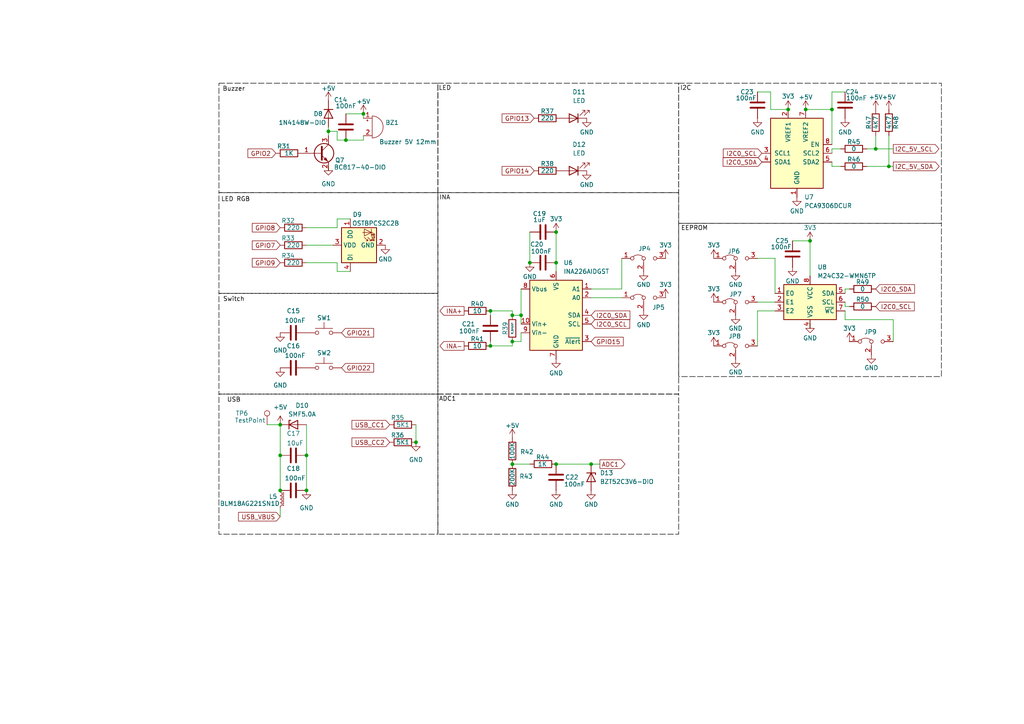
<source format=kicad_sch>
(kicad_sch (version 20250114) (generator "eeschema") (generator_version "9.0")
  (paper "A4")
  (title_block (title "Peripherals") (date "2025-10-26") (rev "1.0") (company "PKl"))
  (lib_symbols
    (symbol "Connector:TestPoint" (pin_numbers (hide yes)) (pin_names (offset 0.762) (hide yes))
      (property "Reference" "TP" (at 0 6.858 0))
      (property "Value" "TestPoint" (at 0 5.08 0))
      (symbol "TestPoint_0_1"
        (circle (center 0 3.302) (radius 0.762))
      )
      (symbol "TestPoint_1_1"
        (pin passive line (at 0 0 90) (length 2.54) (name "1") (number "1"))
      )
    )
    (symbol "Device:Buzzer" (pin_names (offset 0.0254) (hide yes))
      (property "Reference" "BZ" (at 3.81 1.27 0))
      (property "Value" "Buzzer" (at 3.81 -1.27 0))
      (symbol "Buzzer_0_1"
        (polyline (pts (xy -1.651 1.905) (xy -1.143 1.905)))
        (polyline (pts (xy -1.397 2.159) (xy -1.397 1.651)))
        (arc (start 0 3.175) (mid 3.1612 0) (end 0 -3.175))
        (polyline (pts (xy 0 3.175) (xy 0 -3.175)))
      )
      (symbol "Buzzer_1_1"
        (pin passive line (at -2.54 2.54 0) (length 2.54) (name "+") (number "1"))
        (pin passive line (at -2.54 -2.54 0) (length 2.54) (name "-") (number "2"))
      )
    )
    (symbol "Device:C" (pin_numbers (hide yes)) (pin_names (offset 0.254))
      (property "Reference" "C" (at 0.635 2.54 0))
      (property "Value" "C" (at 0.635 -2.54 0))
      (symbol "C_0_1"
        (polyline (pts (xy -2.032 0.762) (xy 2.032 0.762)) (stroke (width 0.508)))
        (polyline (pts (xy -2.032 -0.762) (xy 2.032 -0.762)) (stroke (width 0.508)))
      )
      (symbol "C_1_1"
        (pin passive line (at 0 3.81 270) (length 2.794) (name "~") (number "1"))
        (pin passive line (at 0 -3.81 90) (length 2.794) (name "~") (number "2"))
      )
    )
    (symbol "Device:LED" (pin_numbers (hide yes)) (pin_names (offset 1.016) (hide yes))
      (property "Reference" "D" (at 0 2.54 0))
      (property "Value" "LED" (at 0 -2.54 0))
      (symbol "LED_0_1"
        (polyline (pts (xy -3.048 -0.762) (xy -4.572 -2.286) (xy -3.81 -2.286) (xy -4.572 -2.286) (xy -4.572 -1.524)))
        (polyline (pts (xy -1.778 -0.762) (xy -3.302 -2.286) (xy -2.54 -2.286) (xy -3.302 -2.286) (xy -3.302 -1.524)))
        (polyline (pts (xy -1.27 0) (xy 1.27 0)))
        (polyline (pts (xy -1.27 -1.27) (xy -1.27 1.27)) (stroke (width 0.254)))
        (polyline (pts (xy 1.27 -1.27) (xy 1.27 1.27) (xy -1.27 0) (xy 1.27 -1.27)) (stroke (width 0.254)))
      )
      (symbol "LED_1_1"
        (pin passive line (at -3.81 0 0) (length 2.54) (name "K") (number "1"))
        (pin passive line (at 3.81 0 180) (length 2.54) (name "A") (number "2"))
      )
    )
    (symbol "Device:L_Ferrite_Small" (pin_numbers (hide yes)) (pin_names (offset 0.254) (hide yes))
      (property "Reference" "L" (at 1.27 1.016 0))
      (property "Value" "L_Ferrite_Small" (at 1.27 -1.27 0))
      (symbol "L_Ferrite_Small_0_1"
        (arc (start 0 2.032) (mid 0.5058 1.524) (end 0 1.016))
        (arc (start 0 1.016) (mid 0.5058 0.508) (end 0 0))
        (arc (start 0 0) (mid 0.5058 -0.508) (end 0 -1.016))
        (arc (start 0 -1.016) (mid 0.5058 -1.524) (end 0 -2.032))
        (polyline (pts (xy 0.762 1.651) (xy 0.762 1.905)))
        (polyline (pts (xy 0.762 1.143) (xy 0.762 1.397)))
        (polyline (pts (xy 0.762 0.635) (xy 0.762 0.889)))
        (polyline (pts (xy 0.762 0.127) (xy 0.762 0.381)))
        (polyline (pts (xy 0.762 -0.381) (xy 0.762 -0.127)))
        (polyline (pts (xy 0.762 -0.889) (xy 0.762 -0.635)))
        (polyline (pts (xy 0.762 -1.397) (xy 0.762 -1.143)))
        (polyline (pts (xy 0.762 -1.905) (xy 0.762 -1.651)))
        (polyline (pts (xy 1.016 1.905) (xy 1.016 1.651)))
        (polyline (pts (xy 1.016 1.397) (xy 1.016 1.143)))
        (polyline (pts (xy 1.016 0.889) (xy 1.016 0.635)))
        (polyline (pts (xy 1.016 0.381) (xy 1.016 0.127)))
        (polyline (pts (xy 1.016 -0.127) (xy 1.016 -0.381)))
        (polyline (pts (xy 1.016 -0.635) (xy 1.016 -0.889)))
        (polyline (pts (xy 1.016 -1.143) (xy 1.016 -1.397)))
        (polyline (pts (xy 1.016 -1.651) (xy 1.016 -1.905)))
      )
      (symbol "L_Ferrite_Small_1_1"
        (pin passive line (at 0 2.54 270) (length 0.508) (name "~") (number "1"))
        (pin passive line (at 0 -2.54 90) (length 0.508) (name "~") (number "2"))
      )
    )
    (symbol "Device:R" (pin_numbers (hide yes)) (pin_names (offset 0))
      (property "Reference" "R" (at 2.032 0 90))
      (property "Value" "R" (at 0 0 90))
      (symbol "R_0_1"
        (rectangle (start -1.016 -2.54) (end 1.016 2.54) (stroke (width 0.254)))
      )
      (symbol "R_1_1"
        (pin passive line (at 0 3.81 270) (length 1.27) (name "~") (number "1"))
        (pin passive line (at 0 -3.81 90) (length 1.27) (name "~") (number "2"))
      )
    )
    (symbol "Diode:1N4148W" (pin_numbers (hide yes)) (pin_names (hide yes))
      (property "Reference" "D" (at 0 2.54 0))
      (property "Value" "1N4148W" (at 0 -2.54 0))
      (symbol "1N4148W_0_1"
        (polyline (pts (xy -1.27 1.27) (xy -1.27 -1.27)) (stroke (width 0.254)))
        (polyline (pts (xy 1.27 1.27) (xy 1.27 -1.27) (xy -1.27 0) (xy 1.27 1.27)) (stroke (width 0.254)))
        (polyline (pts (xy 1.27 0) (xy -1.27 0)))
      )
      (symbol "1N4148W_1_1"
        (pin passive line (at -3.81 0 0) (length 2.54) (name "K") (number "1"))
        (pin passive line (at 3.81 0 180) (length 2.54) (name "A") (number "2"))
      )
    )
    (symbol "Diode:BZT52Bxx" (pin_numbers (hide yes)) (pin_names (hide yes))
      (property "Reference" "D" (at 0 2.54 0))
      (property "Value" "BZT52Bxx" (at 0 -2.54 0))
      (symbol "BZT52Bxx_0_1"
        (polyline (pts (xy -1.27 -1.27) (xy -1.27 1.27) (xy -0.762 1.27)) (stroke (width 0.254)))
        (polyline (pts (xy 1.27 0) (xy -1.27 0)))
        (polyline (pts (xy 1.27 -1.27) (xy 1.27 1.27) (xy -1.27 0) (xy 1.27 -1.27)) (stroke (width 0.254)))
      )
      (symbol "BZT52Bxx_1_1"
        (pin passive line (at -3.81 0 0) (length 2.54) (name "K") (number "1"))
        (pin passive line (at 3.81 0 180) (length 2.54) (name "A") (number "2"))
      )
    )
    (symbol "Interface:PCA9306" (pin_names (offset 1.016))
      (property "Reference" "U" (at -7.62 11.43 0))
      (property "Value" "PCA9306" (at 5.08 11.43 0))
      (symbol "PCA9306_0_1"
        (rectangle (start -7.62 10.16) (end 7.62 -10.16) (stroke (width 0.254)) (fill (type background)))
      )
      (symbol "PCA9306_1_1"
        (pin bidirectional line (at -10.16 0 0) (length 2.54) (name "SCL1") (number "3"))
        (pin bidirectional line (at -10.16 -2.54 0) (length 2.54) (name "SDA1") (number "4"))
        (pin power_in line (at -2.54 12.7 270) (length 2.54) (name "VREF1") (number "2"))
        (pin power_in line (at 0 -12.7 90) (length 2.54) (name "GND") (number "1"))
        (pin power_in line (at 2.54 12.7 270) (length 2.54) (name "VREF2") (number "7"))
        (pin input line (at 10.16 2.54 180) (length 2.54) (name "EN") (number "8"))
        (pin bidirectional line (at 10.16 0 180) (length 2.54) (name "SCL2") (number "6"))
        (pin bidirectional line (at 10.16 -2.54 180) (length 2.54) (name "SDA2") (number "5"))
      )
    )
    (symbol "Jumper:Jumper_3_Bridged12" (pin_names (offset 0) (hide yes)) (in_bom no)
      (property "Reference" "JP" (at -2.54 -2.54 0))
      (property "Value" "Jumper_3_Bridged12" (at 0 2.794 0))
      (symbol "Jumper_3_Bridged12_0_0"
        (circle (center -3.302 0) (radius 0.508))
        (circle (center 0 0) (radius 0.508))
        (circle (center 3.302 0) (radius 0.508))
      )
      (symbol "Jumper_3_Bridged12_0_1"
        (arc (start -3.048 0.508) (mid -1.651 0.9912) (end -0.254 0.508))
        (polyline (pts (xy 0 -1.27) (xy 0 -0.508)))
      )
      (symbol "Jumper_3_Bridged12_1_1"
        (pin passive line (at -6.35 0 0) (length 2.54) (name "A") (number "1"))
        (pin passive line (at 0 -3.81 90) (length 2.54) (name "C") (number "2"))
        (pin passive line (at 6.35 0 180) (length 2.54) (name "B") (number "3"))
      )
    )
    (symbol "LED:APA-106-F5"
      (property "Reference" "D" (at 5.08 5.715 0))
      (property "Value" "APA-106-F5" (at 1.27 -5.715 0))
      (symbol "APA-106-F5_0_0"
        (text "RGB" (at 2.286 -4.191 0) (effects (font (size 0.762 0.762))))
      )
      (symbol "APA-106-F5_0_1"
        (polyline (pts (xy 1.27 -2.54) (xy 1.778 -2.54)))
        (polyline (pts (xy 1.27 -3.556) (xy 1.778 -3.556)))
        (polyline (pts (xy 2.286 -1.524) (xy 1.27 -2.54) (xy 1.27 -2.032)))
        (polyline (pts (xy 2.286 -2.54) (xy 1.27 -3.556) (xy 1.27 -3.048)))
        (polyline (pts (xy 3.683 -1.016) (xy 3.683 -3.556) (xy 3.683 -4.064)))
        (polyline (pts (xy 4.699 -1.524) (xy 2.667 -1.524) (xy 3.683 -3.556) (xy 4.699 -1.524)))
        (polyline (pts (xy 4.699 -3.556) (xy 2.667 -3.556)))
        (rectangle (start 5.08 5.08) (end -5.08 -5.08) (stroke (width 0.254)) (fill (type background)))
      )
      (symbol "APA-106-F5_1_1"
        (pin input line (at -7.62 2.54 0) (length 2.54) (name "DI") (number "4"))
        (pin power_in line (at 0 7.62 270) (length 2.54) (name "VDD") (number "3"))
        (pin power_in line (at 0 -7.62 90) (length 2.54) (name "GND") (number "2"))
        (pin output line (at 7.62 2.54 180) (length 2.54) (name "DO") (number "1"))
      )
    )
    (symbol "Memory_EEPROM:M24C02-WMN"
      (property "Reference" "U" (at -6.35 6.35 0))
      (property "Value" "M24C02-WMN" (at 7.62 6.35 0))
      (symbol "M24C02-WMN_0_1"
        (rectangle (start -7.62 5.08) (end 7.62 -5.08) (stroke (width 0.254)) (fill (type background)))
      )
      (symbol "M24C02-WMN_1_1"
        (pin input line (at -10.16 2.54 0) (length 2.54) (name "E0") (number "1"))
        (pin input line (at -10.16 0 0) (length 2.54) (name "E1") (number "2"))
        (pin input line (at -10.16 -2.54 0) (length 2.54) (name "E2") (number "3"))
        (pin power_in line (at 0 7.62 270) (length 2.54) (name "VCC") (number "8"))
        (pin power_in line (at 0 -7.62 90) (length 2.54) (name "VSS") (number "4"))
        (pin bidirectional line (at 10.16 2.54 180) (length 2.54) (name "SDA") (number "5"))
        (pin input line (at 10.16 0 180) (length 2.54) (name "SCL") (number "6"))
        (pin input line (at 10.16 -2.54 180) (length 2.54) (name "~{WC}") (number "7"))
      )
    )
    (symbol "Sensor_Energy:INA226"
      (property "Reference" "U" (at -6.35 11.43 0))
      (property "Value" "INA226" (at 3.81 11.43 0))
      (symbol "INA226_0_1"
        (rectangle (start 7.62 10.16) (end -7.62 -10.16) (stroke (width 0.254)) (fill (type background)))
      )
      (symbol "INA226_1_1"
        (pin input line (at -10.16 7.62 0) (length 2.54) (name "Vbus") (number "8"))
        (pin input line (at -10.16 -2.54 0) (length 2.54) (name "Vin+") (number "10"))
        (pin input line (at -10.16 -5.08 0) (length 2.54) (name "Vin-") (number "9"))
        (pin power_in line (at 0 12.7 270) (length 2.54) (name "VS") (number "6"))
        (pin power_in line (at 0 -12.7 90) (length 2.54) (name "GND") (number "7"))
        (pin input line (at 10.16 7.62 180) (length 2.54) (name "A1") (number "1"))
        (pin input line (at 10.16 5.08 180) (length 2.54) (name "A0") (number "2"))
        (pin bidirectional line (at 10.16 0 180) (length 2.54) (name "SDA") (number "4"))
        (pin input line (at 10.16 -2.54 180) (length 2.54) (name "SCL") (number "5"))
        (pin open_collector line (at 10.16 -7.62 180) (length 2.54) (name "~{Alert}") (number "3"))
      )
    )
    (symbol "Switch:SW_Push" (pin_numbers (hide yes)) (pin_names (offset 1.016) (hide yes))
      (property "Reference" "SW" (at 1.27 2.54 0))
      (property "Value" "SW_Push" (at 0 -1.524 0))
      (symbol "SW_Push_0_1"
        (circle (center -2.032 0) (radius 0.508))
        (polyline (pts (xy 0 1.27) (xy 0 3.048)))
        (circle (center 2.032 0) (radius 0.508))
        (polyline (pts (xy 2.54 1.27) (xy -2.54 1.27)))
        (pin passive line (at -5.08 0 0) (length 2.54) (name "1") (number "1"))
        (pin passive line (at 5.08 0 180) (length 2.54) (name "2") (number "2"))
      )
    )
    (symbol "Transistor_BJT:BC817" (pin_names (offset 0) (hide yes))
      (property "Reference" "Q" (at 5.08 1.905 0))
      (property "Value" "BC817" (at 5.08 0 0))
      (symbol "BC817_0_1"
        (polyline (pts (xy -2.54 0) (xy 0.635 0)))
        (polyline (pts (xy 0.635 1.905) (xy 0.635 -1.905)) (stroke (width 0.508)))
        (circle (center 1.27 0) (radius 2.8194) (stroke (width 0.254)))
      )
      (symbol "BC817_1_1"
        (polyline (pts (xy 0.635 0.635) (xy 2.54 2.54)))
        (polyline (pts (xy 0.635 -0.635) (xy 2.54 -2.54)))
        (polyline (pts (xy 1.27 -1.778) (xy 1.778 -1.27) (xy 2.286 -2.286) (xy 1.27 -1.778)) (fill (type outline)))
        (pin input line (at -5.08 0 0) (length 2.54) (name "B") (number "1"))
        (pin passive line (at 2.54 5.08 270) (length 2.54) (name "C") (number "3"))
        (pin passive line (at 2.54 -5.08 90) (length 2.54) (name "E") (number "2"))
      )
    )
    (symbol "power:+3.3V" (power) (pin_numbers (hide yes)) (pin_names (offset 0) (hide yes))
      (property "Value" "+3.3V" (at 0 3.556 0))
      (symbol "+3.3V_0_1"
        (polyline (pts (xy -0.762 1.27) (xy 0 2.54)))
        (polyline (pts (xy 0 2.54) (xy 0.762 1.27)))
        (polyline (pts (xy 0 0) (xy 0 2.54)))
      )
      (symbol "+3.3V_1_1"
        (pin power_in line (at 0 0 90) (length 0) (name "~") (number "1"))
      )
    )
    (symbol "power:+5V" (power) (pin_numbers (hide yes)) (pin_names (offset 0) (hide yes))
      (property "Value" "+5V" (at 0 3.556 0))
      (symbol "+5V_0_1"
        (polyline (pts (xy -0.762 1.27) (xy 0 2.54)))
        (polyline (pts (xy 0 2.54) (xy 0.762 1.27)))
        (polyline (pts (xy 0 0) (xy 0 2.54)))
      )
      (symbol "+5V_1_1"
        (pin power_in line (at 0 0 90) (length 0) (name "~") (number "1"))
      )
    )
    (symbol "power:GND" (power) (pin_numbers (hide yes)) (pin_names (offset 0) (hide yes))
      (property "Value" "GND" (at 0 -3.81 0))
      (symbol "GND_0_1"
        (polyline (pts (xy 0 0) (xy 0 -1.27) (xy 1.27 -1.27) (xy 0 -2.54) (xy -1.27 -1.27) (xy 0 -1.27)))
      )
      (symbol "GND_1_1"
        (pin power_in line (at 0 0 270) (length 0) (name "~") (number "1"))
      )
    )
  )
  (rectangle (start 196.85 64.77) (end 273.05 109.22) (stroke (width 0) (type dash) (color 0 0 0 1)))
  (rectangle (start 63.5 114.3) (end 127 154.94) (stroke (width 0) (type dash) (color 0 0 0 1)))
  (rectangle (start 63.5 85.09) (end 127 114.3) (stroke (width 0) (type dash) (color 0 0 0 1)))
  (rectangle (start 127 114.3) (end 196.85 154.94) (stroke (width 0) (type dash) (color 0 0 0 1)))
  (rectangle (start 127 55.88) (end 196.85 114.3) (stroke (width 0) (type dash) (color 0 0 0 1)))
  (rectangle (start 63.5 55.88) (end 127 85.09) (stroke (width 0) (type dash) (color 0 0 0 1)))
  (rectangle (start 127 24.13) (end 196.85 55.88) (stroke (width 0) (type dash) (color 0 0 0 1)))
  (rectangle (start 63.5 24.13) (end 127 55.88) (stroke (width 0) (type dash) (color 0 0 0 1)))
  (rectangle (start 196.85 24.13) (end 273.05 64.77) (stroke (width 0) (type dash) (color 0 0 0 1)))
  (text "I2C" (at 198.882 25.654 0) (effects (font (size 1.27 1.27))))
  (text "LED RGB" (at 68.326 57.912 0) (effects (font (size 1.27 1.27))))
  (text "USB" (at 67.818 116.078 0) (effects (font (size 1.27 1.27))))
  (text "LED" (at 129.032 25.654 0) (effects (font (size 1.27 1.27))))
  (text "ADC1" (at 129.794 115.824 0) (effects (font (size 1.27 1.27))))
  (text "INA" (at 129.032 57.404 0) (effects (font (size 1.27 1.27))))
  (text "EEPROM" (at 201.422 66.294 0) (effects (font (size 1.27 1.27))))
  (text "Buzzer" (at 67.818 25.908 0) (effects (font (size 1.27 1.27))))
  (text "Switch" (at 67.818 86.868 0) (effects (font (size 1.27 1.27))))
  (junction (at 148.59 134.62))
  (junction (at 161.29 76.2))
  (junction (at 81.28 132.08))
  (junction (at 151.13 91.44))
  (junction (at 161.29 134.62))
  (junction (at 105.41 33.02))
  (junction (at 88.9 142.24))
  (junction (at 161.29 67.31))
  (junction (at 148.59 91.44))
  (junction (at 228.6 31.75))
  (junction (at 100.33 40.64))
  (junction (at 81.28 123.19))
  (junction (at 153.67 76.2))
  (junction (at 254 43.18))
  (junction (at 142.24 90.17))
  (junction (at 148.59 99.06))
  (junction (at 234.95 69.85))
  (junction (at 95.25 38.1))
  (junction (at 241.3 31.75))
  (junction (at 257.81 48.26))
  (junction (at 233.68 31.75))
  (junction (at 171.45 134.62))
  (junction (at 81.28 142.24))
  (junction (at 120.65 128.27))
  (junction (at 88.9 132.08))
  (junction (at 142.24 100.33))
  (wire (pts (xy 245.11 85.09) (xy 245.11 83.82)))
  (wire (pts (xy 223.52 26.67) (xy 223.52 31.75)))
  (wire (pts (xy 233.68 31.75) (xy 241.3 31.75)))
  (wire (pts (xy 241.3 31.75) (xy 241.3 26.67)))
  (wire (pts (xy 254 43.18) (xy 251.46 43.18)))
  (wire (pts (xy 245.11 87.63) (xy 245.11 88.9)))
  (wire (pts (xy 161.29 76.2) (xy 161.29 78.74)))
  (wire (pts (xy 151.13 99.06) (xy 148.59 99.06)))
  (wire (pts (xy 81.28 123.19) (xy 81.28 132.08)))
  (wire (pts (xy 241.3 26.67) (xy 245.11 26.67)))
  (wire (pts (xy 257.81 39.37) (xy 257.81 48.26)))
  (wire (pts (xy 100.33 40.64) (xy 97.79 40.64)))
  (wire (pts (xy 153.67 67.31) (xy 153.67 76.2)))
  (wire (pts (xy 151.13 93.98) (xy 151.13 91.44)))
  (wire (pts (xy 241.3 31.75) (xy 241.3 41.91)))
  (wire (pts (xy 151.13 96.52) (xy 151.13 99.06)))
  (wire (pts (xy 142.24 90.17) (xy 142.24 91.44)))
  (wire (pts (xy 120.65 123.19) (xy 120.65 128.27)))
  (wire (pts (xy 77.47 123.19) (xy 81.28 123.19)))
  (wire (pts (xy 259.08 92.71) (xy 259.08 99.06)))
  (wire (pts (xy 180.34 83.82) (xy 171.45 83.82)))
  (wire (pts (xy 148.59 134.62) (xy 153.67 134.62)))
  (wire (pts (xy 254 39.37) (xy 254 43.18)))
  (wire (pts (xy 245.11 88.9) (xy 246.38 88.9)))
  (wire (pts (xy 148.59 99.06) (xy 148.59 100.33)))
  (wire (pts (xy 88.9 71.12) (xy 96.52 71.12)))
  (wire (pts (xy 81.28 147.32) (xy 81.28 149.86)))
  (wire (pts (xy 259.08 48.26) (xy 257.81 48.26)))
  (wire (pts (xy 251.46 48.26) (xy 257.81 48.26)))
  (wire (pts (xy 219.71 74.93) (xy 224.79 74.93)))
  (wire (pts (xy 151.13 91.44) (xy 148.59 91.44)))
  (wire (pts (xy 219.71 90.17) (xy 219.71 100.33)))
  (wire (pts (xy 97.79 40.64) (xy 97.79 38.1)))
  (wire (pts (xy 241.3 48.26) (xy 241.3 46.99)))
  (wire (pts (xy 241.3 43.18) (xy 243.84 43.18)))
  (wire (pts (xy 234.95 69.85) (xy 234.95 80.01)))
  (wire (pts (xy 245.11 92.71) (xy 259.08 92.71)))
  (wire (pts (xy 105.41 40.64) (xy 105.41 39.37)))
  (wire (pts (xy 254 43.18) (xy 259.08 43.18)))
  (wire (pts (xy 88.9 132.08) (xy 88.9 142.24)))
  (wire (pts (xy 97.79 76.2) (xy 97.79 78.74)))
  (wire (pts (xy 229.87 69.85) (xy 234.95 69.85)))
  (wire (pts (xy 148.59 100.33) (xy 142.24 100.33)))
  (wire (pts (xy 161.29 134.62) (xy 171.45 134.62)))
  (wire (pts (xy 142.24 90.17) (xy 148.59 90.17)))
  (wire (pts (xy 151.13 83.82) (xy 151.13 91.44)))
  (wire (pts (xy 97.79 78.74) (xy 101.6 78.74)))
  (wire (pts (xy 95.25 49.53) (xy 95.25 48.26)))
  (wire (pts (xy 105.41 33.02) (xy 105.41 34.29)))
  (wire (pts (xy 180.34 74.93) (xy 180.34 83.82)))
  (wire (pts (xy 219.71 87.63) (xy 224.79 87.63)))
  (wire (pts (xy 161.29 67.31) (xy 161.29 76.2)))
  (wire (pts (xy 105.41 33.02) (xy 100.33 33.02)))
  (wire (pts (xy 88.9 66.04) (xy 97.79 66.04)))
  (wire (pts (xy 241.3 44.45) (xy 241.3 43.18)))
  (wire (pts (xy 224.79 90.17) (xy 219.71 90.17)))
  (wire (pts (xy 245.11 90.17) (xy 245.11 92.71)))
  (wire (pts (xy 97.79 66.04) (xy 97.79 63.5)))
  (wire (pts (xy 88.9 123.19) (xy 88.9 132.08)))
  (wire (pts (xy 171.45 134.62) (xy 173.99 134.62)))
  (wire (pts (xy 95.25 36.83) (xy 95.25 38.1)))
  (wire (pts (xy 81.28 132.08) (xy 81.28 142.24)))
  (wire (pts (xy 148.59 90.17) (xy 148.59 91.44)))
  (wire (pts (xy 142.24 99.06) (xy 142.24 100.33)))
  (wire (pts (xy 234.95 95.25) (xy 234.95 93.98)))
  (wire (pts (xy 224.79 74.93) (xy 224.79 85.09)))
  (wire (pts (xy 171.45 86.36) (xy 180.34 86.36)))
  (wire (pts (xy 241.3 48.26) (xy 243.84 48.26)))
  (wire (pts (xy 223.52 26.67) (xy 219.71 26.67)))
  (wire (pts (xy 100.33 40.64) (xy 105.41 40.64)))
  (wire (pts (xy 95.25 39.37) (xy 95.25 38.1)))
  (wire (pts (xy 97.79 38.1) (xy 95.25 38.1)))
  (wire (pts (xy 88.9 76.2) (xy 97.79 76.2)))
  (wire (pts (xy 97.79 63.5) (xy 101.6 63.5)))
  (wire (pts (xy 228.6 31.75) (xy 223.52 31.75)))
  (wire (pts (xy 245.11 83.82) (xy 246.38 83.82)))
  (global_label "USB_CC1" (shape input) (at 113.03 123.19 180) (property "Intersheetrefs" "${INTERSHEET_REFS}" (effects (hide yes))))
  (global_label "USB_VBUS" (shape input) (at 81.28 149.86 180) (property "Intersheetrefs" "${INTERSHEET_REFS}" (effects (hide yes))))
  (global_label "ADC1" (shape output) (at 173.99 134.62 0) (property "Intersheetrefs" "${INTERSHEET_REFS}" (effects (hide yes))))
  (global_label "GPIO2" (shape input) (at 80.01 44.45 180) (property "Intersheetrefs" "${INTERSHEET_REFS}" (effects (hide yes))))
  (global_label "I2C0_SCL" (shape input) (at 220.98 44.45 180) (property "Intersheetrefs" "${INTERSHEET_REFS}" (effects (hide yes))))
  (global_label "I2C0_SDA" (shape input) (at 171.45 91.44 0) (property "Intersheetrefs" "${INTERSHEET_REFS}" (effects (hide yes))))
  (global_label "USB_CC2" (shape input) (at 113.03 128.27 180) (property "Intersheetrefs" "${INTERSHEET_REFS}" (effects (hide yes))))
  (global_label "GPIO7" (shape input) (at 81.28 71.12 180) (property "Intersheetrefs" "${INTERSHEET_REFS}" (effects (hide yes))))
  (global_label "GPIO21" (shape input) (at 99.06 96.52 0) (property "Intersheetrefs" "${INTERSHEET_REFS}" (effects (hide yes))))
  (global_label "I2C0_SCL" (shape input) (at 171.45 93.98 0) (property "Intersheetrefs" "${INTERSHEET_REFS}" (effects (hide yes))))
  (global_label "I2C0_SDA" (shape input) (at 220.98 46.99 180) (property "Intersheetrefs" "${INTERSHEET_REFS}" (effects (hide yes))))
  (global_label "GPIO14" (shape input) (at 154.94 49.53 180) (property "Intersheetrefs" "${INTERSHEET_REFS}" (effects (hide yes))))
  (global_label "I2C_5V_SCL" (shape output) (at 259.08 43.18 0) (property "Intersheetrefs" "${INTERSHEET_REFS}" (effects (hide yes))))
  (global_label "I2C0_SCL" (shape input) (at 254 88.9 0) (property "Intersheetrefs" "${INTERSHEET_REFS}" (effects (hide yes))))
  (global_label "GPIO9" (shape input) (at 81.28 76.2 180) (property "Intersheetrefs" "${INTERSHEET_REFS}" (effects (hide yes))))
  (global_label "I2C0_SDA" (shape input) (at 254 83.82 0) (property "Intersheetrefs" "${INTERSHEET_REFS}" (effects (hide yes))))
  (global_label "GPIO22" (shape input) (at 99.06 106.68 0) (property "Intersheetrefs" "${INTERSHEET_REFS}" (effects (hide yes))))
  (global_label "INA+" (shape output) (at 134.62 90.17 180) (property "Intersheetrefs" "${INTERSHEET_REFS}" (effects (hide yes))))
  (global_label "GPIO15" (shape input) (at 171.45 99.06 0) (property "Intersheetrefs" "${INTERSHEET_REFS}" (effects (hide yes))))
  (global_label "INA-" (shape output) (at 134.62 100.33 180) (property "Intersheetrefs" "${INTERSHEET_REFS}" (effects (hide yes))))
  (global_label "I2C_5V_SDA" (shape output) (at 259.08 48.26 0) (property "Intersheetrefs" "${INTERSHEET_REFS}" (effects (hide yes))))
  (global_label "GPIO8" (shape input) (at 81.28 66.04 180) (property "Intersheetrefs" "${INTERSHEET_REFS}" (effects (hide yes))))
  (global_label "GPIO13" (shape input) (at 154.94 34.29 180) (property "Intersheetrefs" "${INTERSHEET_REFS}" (effects (hide yes))))
  (symbol (lib_id "Device:Buzzer") (at 107.95 36.83 0) (unit 1)
    (property "Reference" "BZ1" (at 111.76 35.5599 0) (effects (justify left)))
    (property "Value" "Buzzer 5V 12mm" (at 109.982 41.148 0) (effects (justify left)))
    (property "Footprint" "Buzzer_Beeper:Buzzer_12x9.5RM7.6" (effects (hide yes)))
    (property "Description" "Buzzer, polarized" (effects (hide yes)))
  )
  (symbol (lib_id "Device:R") (at 116.84 128.27 270) (unit 1)
    (property "Reference" "R36" (at 115.316 126.238 90))
    (property "Value" "5K1" (at 116.84 128.27 90))
    (property "Footprint" "Resistor_SMD:R_0805_2012Metric" (effects (hide yes)))
    (property "Description" "Resistor" (effects (hide yes)))
  )
  (symbol (lib_id "Device:C") (at 219.71 30.48 0) (unit 1)
    (property "Reference" "C23" (at 216.662 26.67 0))
    (property "Value" "100nF" (at 216.408 28.448 0))
    (property "Footprint" "Capacitor_SMD:C_0805_2012Metric" (effects (hide yes)))
    (property "Description" "Unpolarized capacitor" (effects (hide yes)))
  )
  (symbol (lib_id "power:+3.3V") (at 246.38 99.06 0) (unit 1)
    (property "Reference" "#PWR0105" (effects (hide yes)))
    (property "Value" "3V3" (at 246.38 95.25 0))
    (property "Description" "Power symbol creates a global label with name \"+3.3V\"" (effects (hide yes)))
  )
  (symbol (lib_id "Device:R") (at 247.65 43.18 270) (unit 1)
    (property "Reference" "R45" (at 247.65 41.148 90))
    (property "Value" "0" (at 247.65 43.18 90))
    (property "Footprint" "Resistor_SMD:R_0805_2012Metric" (effects (hide yes)))
    (property "Description" "Resistor" (effects (hide yes)))
  )
  (symbol (lib_id "Device:R") (at 157.48 134.62 270) (unit 1)
    (property "Reference" "R44" (at 155.448 132.588 90) (effects (justify left)))
    (property "Value" "1K" (at 155.956 134.62 90) (effects (justify left)))
    (property "Footprint" "Resistor_SMD:R_0805_2012Metric" (effects (hide yes)))
    (property "Description" "Resistor" (effects (hide yes)))
  )
  (symbol (lib_id "Connector:TestPoint") (at 77.47 123.19 0) (unit 1)
    (property "Reference" "TP6" (at 68.326 119.888 0) (effects (justify left)))
    (property "Value" "TestPoint" (at 68.072 121.92 0) (effects (justify left)))
    (property "Footprint" "TestPoint:TestPoint_Pad_2.0x2.0mm" (effects (hide yes)))
    (property "Description" "test point" (effects (hide yes)))
  )
  (symbol (lib_id "power:GND") (at 171.45 142.24 0) (unit 1)
    (property "Reference" "#PWR085" (effects (hide yes)))
    (property "Value" "GND" (at 171.45 146.304 0))
    (property "Description" "Power symbol creates a global label with name \"GND\" , ground" (effects (hide yes)))
  )
  (symbol (lib_id "Device:R") (at 247.65 48.26 270) (unit 1)
    (property "Reference" "R46" (at 247.65 46.228 90))
    (property "Value" "0" (at 247.65 48.26 90))
    (property "Footprint" "Resistor_SMD:R_0805_2012Metric" (effects (hide yes)))
    (property "Description" "Resistor" (effects (hide yes)))
  )
  (symbol (lib_id "Jumper:Jumper_3_Bridged12") (at 213.36 100.33 0) (unit 1) (in_bom no)
    (property "Reference" "JP8" (at 213.106 97.536 0))
    (property "Value" "Jumper_3_Bridged12" (effects (hide yes)))
    (property "Footprint" "Connector_PinHeader_2.54mm:PinHeader_1x03_P2.54mm_Vertical" (effects (hide yes)))
    (property "Description" "Jumper, 3-pole, pins 1+2 closed/bridged" (effects (hide yes)))
  )
  (symbol (lib_id "Device:R") (at 250.19 88.9 270) (unit 1)
    (property "Reference" "R50" (at 250.19 86.868 90))
    (property "Value" "0" (at 250.19 88.9 90))
    (property "Footprint" "Resistor_SMD:R_0805_2012Metric" (effects (hide yes)))
    (property "Description" "Resistor" (effects (hide yes)))
  )
  (symbol (lib_id "Device:R") (at 254 35.56 0) (unit 1)
    (property "Reference" "R47" (at 251.968 35.56 90))
    (property "Value" "4K7" (at 254 35.56 90))
    (property "Footprint" "Resistor_SMD:R_0805_2012Metric" (effects (hide yes)))
    (property "Description" "Resistor" (effects (hide yes)))
  )
  (symbol (lib_id "power:GND") (at 252.73 102.87 0) (unit 1)
    (property "Reference" "#PWR0104" (effects (hide yes)))
    (property "Value" "GND" (at 252.73 106.68 0))
    (property "Description" "Power symbol creates a global label with name \"GND\" , ground" (effects (hide yes)))
  )
  (symbol (lib_id "Jumper:Jumper_3_Bridged12") (at 252.73 99.06 0) (unit 1) (in_bom no)
    (property "Reference" "JP9" (at 252.476 96.266 0))
    (property "Value" "Jumper_3_Bridged12" (effects (hide yes)))
    (property "Footprint" "Connector_PinHeader_2.54mm:PinHeader_1x03_P2.54mm_Vertical" (effects (hide yes)))
    (property "Description" "Jumper, 3-pole, pins 1+2 closed/bridged" (effects (hide yes)))
  )
  (symbol (lib_id "Diode:1N4148W") (at 95.25 33.02 270) (unit 1)
    (property "Reference" "D8" (at 90.932 33.02 90) (effects (justify left)))
    (property "Value" "1N4148W-DIO" (at 80.772 35.56 90) (effects (justify left)))
    (property "Footprint" "Diode_SMD:D_SOD-123F" (effects (hide yes)))
    (property "Datasheet" "https://www.vishay.com/docs/85748/1n4148w.pdf" (effects (hide yes)))
    (property "Description" "75V 0.15A Fast Switching Diode, SOD-123" (effects (hide yes)))
    (property "Sim.Device" "D" (effects (hide yes)))
    (property "Sim.Pins" "1=K 2=A" (effects (hide yes)))
  )
  (symbol (lib_id "Device:R") (at 148.59 138.43 0) (unit 1)
    (property "Reference" "R43" (at 150.622 138.176 0) (effects (justify left)))
    (property "Value" "200K" (at 148.59 140.97 90) (effects (justify left)))
    (property "Footprint" "Resistor_SMD:R_0805_2012Metric" (effects (hide yes)))
    (property "Description" "Resistor" (effects (hide yes)))
  )
  (symbol (lib_id "Device:C") (at 85.09 142.24 270) (unit 1)
    (property "Reference" "C18" (at 85.09 135.89 90))
    (property "Value" "100nF" (at 85.598 138.684 90))
    (property "Footprint" "Capacitor_SMD:C_0805_2012Metric" (effects (hide yes)))
    (property "Description" "Unpolarized capacitor" (effects (hide yes)))
  )
  (symbol (lib_id "power:+3.3V") (at 207.01 100.33 0) (unit 1)
    (property "Reference" "#PWR0101" (effects (hide yes)))
    (property "Value" "3V3" (at 207.01 96.52 0))
    (property "Description" "Power symbol creates a global label with name \"+3.3V\"" (effects (hide yes)))
  )
  (symbol (lib_id "power:GND") (at 81.28 96.52 0) (unit 1)
    (property "Reference" "#PWR037" (effects (hide yes)))
    (property "Value" "GND" (at 81.28 101.6 0))
    (property "Description" "Power symbol creates a global label with name \"GND\" , ground" (effects (hide yes)))
  )
  (symbol (lib_id "power:GND") (at 148.59 142.24 0) (unit 1)
    (property "Reference" "#PWR082" (effects (hide yes)))
    (property "Value" "GND" (at 148.59 146.304 0))
    (property "Description" "Power symbol creates a global label with name \"GND\" , ground" (effects (hide yes)))
  )
  (symbol (lib_id "Device:R") (at 257.81 35.56 180) (unit 1)
    (property "Reference" "R48" (at 259.842 35.56 90))
    (property "Value" "4K7" (at 257.81 35.56 90))
    (property "Footprint" "Resistor_SMD:R_0805_2012Metric" (effects (hide yes)))
    (property "Description" "Resistor" (effects (hide yes)))
  )
  (symbol (lib_id "Jumper:Jumper_3_Bridged12") (at 186.69 86.36 0) (unit 1) (in_bom no)
    (property "Reference" "JP5" (at 191.008 89.154 0))
    (property "Value" "Jumper_3_Bridged12" (effects (hide yes)))
    (property "Footprint" "Connector_PinHeader_2.54mm:PinHeader_1x03_P2.54mm_Vertical" (effects (hide yes)))
    (property "Description" "Jumper, 3-pole, pins 1+2 closed/bridged" (effects (hide yes)))
  )
  (symbol (lib_id "power:GND") (at 213.36 91.44 0) (unit 1)
    (property "Reference" "#PWR099" (effects (hide yes)))
    (property "Value" "GND" (at 213.36 95.25 0))
    (property "Description" "Power symbol creates a global label with name \"GND\" , ground" (effects (hide yes)))
  )
  (symbol (lib_id "power:GND") (at 229.87 77.47 0) (unit 1)
    (property "Reference" "#PWR096" (effects (hide yes)))
    (property "Value" "GND" (at 229.87 81.534 0))
    (property "Description" "Power symbol creates a global label with name \"GND\" , ground" (effects (hide yes)))
  )
  (symbol (lib_id "power:GND") (at 161.29 142.24 0) (unit 1)
    (property "Reference" "#PWR084" (effects (hide yes)))
    (property "Value" "GND" (at 161.29 146.304 0))
    (property "Description" "Power symbol creates a global label with name \"GND\" , ground" (effects (hide yes)))
  )
  (symbol (lib_id "power:GND") (at 95.25 48.26 0) (unit 1)
    (property "Reference" "#PWR039" (effects (hide yes)))
    (property "Value" "GND" (at 95.25 53.34 0))
    (property "Description" "Power symbol creates a global label with name \"GND\" , ground" (effects (hide yes)))
  )
  (symbol (lib_id "power:GND") (at 186.69 90.17 0) (unit 1)
    (property "Reference" "#PWR057" (effects (hide yes)))
    (property "Value" "GND" (at 186.69 94.234 0))
    (property "Description" "Power symbol creates a global label with name \"GND\" , ground" (effects (hide yes)))
  )
  (symbol (lib_id "Device:LED") (at 166.37 34.29 180) (unit 1)
    (property "Reference" "D11" (at 167.9575 26.67 0))
    (property "Value" "LED" (at 167.9575 29.21 0))
    (property "Footprint" "LED_SMD:LED_0805_2012Metric" (effects (hide yes)))
    (property "Description" "Light emitting diode" (effects (hide yes)))
    (property "Sim.Pins" "1=K 2=A" (effects (hide yes)))
  )
  (symbol (lib_id "Diode:BZT52Bxx") (at 171.45 138.43 270) (unit 1)
    (property "Reference" "D13" (at 173.99 137.1599 90) (effects (justify left)))
    (property "Value" "BZT52C3V6-DIO" (at 173.99 139.6999 90) (effects (justify left)))
    (property "Footprint" "Diode_SMD:D_SOD-123F" (effects (hide yes)))
    (property "Datasheet" "https://diotec.com/tl_files/diotec/files/pdf/datasheets/bzt52b2v4.pdf" (effects (hide yes)))
    (property "Description" "500mW Zener Diode, SOD-123F" (effects (hide yes)))
  )
  (symbol (lib_id "Device:R") (at 85.09 76.2 270) (unit 1)
    (property "Reference" "R34" (at 83.566 74.168 90))
    (property "Value" "220" (at 85.09 76.2 90))
    (property "Footprint" "Resistor_SMD:R_0805_2012Metric" (effects (hide yes)))
    (property "Description" "Resistor" (effects (hide yes)))
  )
  (symbol (lib_id "power:GND") (at 111.76 71.12 0) (unit 1)
    (property "Reference" "#PWR036" (effects (hide yes)))
    (property "Value" "GND" (at 111.76 75.184 0))
    (property "Description" "Power symbol creates a global label with name \"GND\" , ground" (effects (hide yes)))
  )
  (symbol (lib_id "power:GND") (at 88.9 142.24 0) (unit 1)
    (property "Reference" "#PWR073" (effects (hide yes)))
    (property "Value" "GND" (at 88.9 147.32 0))
    (property "Description" "Power symbol creates a global label with name \"GND\" , ground" (effects (hide yes)))
  )
  (symbol (lib_id "power:+3.3V") (at 207.01 74.93 0) (unit 1)
    (property "Reference" "#PWR0103" (effects (hide yes)))
    (property "Value" "3V3" (at 207.01 71.12 0))
    (property "Description" "Power symbol creates a global label with name \"+3.3V\"" (effects (hide yes)))
  )
  (symbol (lib_id "power:+5V") (at 81.28 123.19 0) (unit 1)
    (property "Reference" "#PWR075" (effects (hide yes)))
    (property "Value" "+5V" (at 81.28 118.11 0))
    (property "Description" "Power symbol creates a global label with name \"+5V\"" (effects (hide yes)))
  )
  (symbol (lib_id "Device:LED") (at 166.37 49.53 180) (unit 1)
    (property "Reference" "D12" (at 167.9575 41.91 0))
    (property "Value" "LED" (at 167.9575 44.45 0))
    (property "Footprint" "LED_SMD:LED_0805_2012Metric" (effects (hide yes)))
    (property "Description" "Light emitting diode" (effects (hide yes)))
    (property "Sim.Pins" "1=K 2=A" (effects (hide yes)))
  )
  (symbol (lib_id "power:GND") (at 161.29 104.14 0) (unit 1)
    (property "Reference" "#PWR053" (effects (hide yes)))
    (property "Value" "GND" (at 161.29 108.204 0))
    (property "Description" "Power symbol creates a global label with name \"GND\" , ground" (effects (hide yes)))
  )
  (symbol (lib_id "power:+5V") (at 233.68 31.75 0) (unit 1)
    (property "Reference" "#PWR088" (effects (hide yes)))
    (property "Value" "+5V" (at 233.68 28.194 0))
    (property "Description" "Power symbol creates a global label with name \"+5V\"" (effects (hide yes)))
  )
  (symbol (lib_id "Sensor_Energy:INA226") (at 161.29 91.44 0) (unit 1)
    (property "Reference" "U6" (at 163.4333 76.2 0) (effects (justify left)))
    (property "Value" "INA226AIDGST" (at 163.4333 78.74 0) (effects (justify left)))
    (property "Footprint" "Package_SO:VSSOP-10_3x3mm_P0.5mm" (effects (hide yes)))
    (property "Datasheet" "http://www.ti.com/lit/ds/symlink/ina226.pdf" (effects (hide yes)))
    (property "Description" "High-Side or Low-Side Measurement, Bi-Directional Current and Power Monitor (0-36V) with I2C Compatible Interface, VSSOP-10" (effects (hide yes)))
  )
  (symbol (lib_id "power:GND") (at 170.18 49.53 0) (unit 1)
    (property "Reference" "#PWR052" (effects (hide yes)))
    (property "Value" "GND" (at 170.18 53.594 0))
    (property "Description" "Power symbol creates a global label with name \"GND\" , ground" (effects (hide yes)))
  )
  (symbol (lib_id "Device:R") (at 138.43 90.17 270) (unit 1)
    (property "Reference" "R40" (at 138.43 88.138 90))
    (property "Value" "10" (at 138.43 90.17 90))
    (property "Footprint" "Resistor_SMD:R_0805_2012Metric" (effects (hide yes)))
    (property "Description" "Resistor" (effects (hide yes)))
  )
  (symbol (lib_id "Device:R") (at 116.84 123.19 270) (unit 1)
    (property "Reference" "R35" (at 115.316 121.158 90))
    (property "Value" "5K1" (at 116.84 123.19 90))
    (property "Footprint" "Resistor_SMD:R_0805_2012Metric" (effects (hide yes)))
    (property "Description" "Resistor" (effects (hide yes)))
  )
  (symbol (lib_id "power:GND") (at 186.69 78.74 0) (unit 1)
    (property "Reference" "#PWR058" (effects (hide yes)))
    (property "Value" "GND" (at 186.69 82.55 0))
    (property "Description" "Power symbol creates a global label with name \"GND\" , ground" (effects (hide yes)))
  )
  (symbol (lib_id "Device:R") (at 148.59 95.25 0) (unit 1)
    (property "Reference" "R39" (at 146.558 95.25 90))
    (property "Value" "R_SHUNT" (at 148.59 95.25 90) (effects (font (size 0.508 0.508))))
    (property "Footprint" "Resistor_SMD:R_2512_6332Metric" (effects (hide yes)))
    (property "Description" "Resistor" (effects (hide yes)))
  )
  (symbol (lib_id "Device:C") (at 85.09 106.68 270) (unit 1)
    (property "Reference" "C16" (at 85.09 100.33 90))
    (property "Value" "100nF" (at 85.598 103.124 90))
    (property "Footprint" "Capacitor_SMD:C_0805_2012Metric" (effects (hide yes)))
    (property "Description" "Unpolarized capacitor" (effects (hide yes)))
  )
  (symbol (lib_id "Device:R") (at 158.75 34.29 270) (unit 1)
    (property "Reference" "R37" (at 158.75 32.258 90))
    (property "Value" "220" (at 158.75 34.29 90))
    (property "Footprint" "Resistor_SMD:R_0805_2012Metric" (effects (hide yes)))
    (property "Description" "Resistor" (effects (hide yes)))
  )
  (symbol (lib_id "power:+3.3V") (at 228.6 31.75 0) (unit 1)
    (property "Reference" "#PWR087" (effects (hide yes)))
    (property "Value" "3V3" (at 228.6 27.94 0))
    (property "Description" "Power symbol creates a global label with name \"+3.3V\"" (effects (hide yes)))
  )
  (symbol (lib_id "power:GND") (at 231.14 57.15 0) (unit 1)
    (property "Reference" "#PWR086" (effects (hide yes)))
    (property "Value" "GND" (at 231.14 61.214 0))
    (property "Description" "Power symbol creates a global label with name \"GND\" , ground" (effects (hide yes)))
  )
  (symbol (lib_id "Device:R") (at 85.09 66.04 270) (unit 1)
    (property "Reference" "R32" (at 83.566 64.008 90))
    (property "Value" "220" (at 85.09 66.04 90))
    (property "Footprint" "Resistor_SMD:R_0805_2012Metric" (effects (hide yes)))
    (property "Description" "Resistor" (effects (hide yes)))
  )
  (symbol (lib_id "Jumper:Jumper_3_Bridged12") (at 186.69 74.93 0) (unit 1) (in_bom no)
    (property "Reference" "JP4" (at 186.944 72.136 0))
    (property "Value" "Jumper_3_Bridged12" (effects (hide yes)))
    (property "Footprint" "Connector_PinHeader_2.54mm:PinHeader_1x03_P2.54mm_Vertical" (effects (hide yes)))
    (property "Description" "Jumper, 3-pole, pins 1+2 closed/bridged" (effects (hide yes)))
  )
  (symbol (lib_id "power:GND") (at 170.18 34.29 0) (unit 1)
    (property "Reference" "#PWR051" (effects (hide yes)))
    (property "Value" "GND" (at 170.18 38.354 0))
    (property "Description" "Power symbol creates a global label with name \"GND\" , ground" (effects (hide yes)))
  )
  (symbol (lib_id "Memory_EEPROM:M24C02-WMN") (at 234.95 87.63 0) (unit 1)
    (property "Reference" "U8" (at 237.0933 77.47 0) (effects (justify left)))
    (property "Value" "M24C32-WMN6TP" (at 237.0933 80.01 0) (effects (justify left)))
    (property "Footprint" "Package_SO:SOIC-8_3.9x4.9mm_P1.27mm" (effects (hide yes)))
    (property "Datasheet" "http://www.st.com/content/ccc/resource/technical/document/datasheet/b0/d8/50/40/5a/85/49/6f/DM00071904.pdf/files/DM00071904.pdf/jcr:content/translations/en.DM00071904.pdf" (effects (hide yes)))
    (property "Description" "2Kb (256x8) I2C Serial EEPROM, 2.5-5.5V, SOIC-8" (effects (hide yes)))
  )
  (symbol (lib_id "Transistor_BJT:BC817") (at 92.71 44.45 0) (unit 1)
    (property "Reference" "Q7" (at 98.552 46.482 0))
    (property "Value" "BC817-40-DIO" (at 104.394 48.514 0))
    (property "Footprint" "Package_TO_SOT_SMD:SOT-23" (effects (hide yes)))
    (property "Datasheet" "https://www.onsemi.com/pub/Collateral/BC818-D.pdf" (effects (hide yes)))
    (property "Description" "0.8A Ic, 45V Vce, NPN Transistor, SOT-23" (effects (hide yes)))
  )
  (symbol (lib_id "Diode:BZT52Bxx") (at 85.09 123.19 0) (unit 1)
    (property "Reference" "D10" (at 87.63 117.602 0))
    (property "Value" "SMF5.0A" (at 87.63 120.142 0))
    (property "Footprint" "Diode_SMD:D_SOD-123F" (effects (hide yes)))
    (property "Datasheet" "https://diotec.com/tl_files/diotec/files/pdf/datasheets/bzt52b2v4.pdf" (effects (hide yes)))
    (property "Description" "500mW Zener Diode, SOD-123F" (effects (hide yes)))
  )
  (symbol (lib_id "power:GND") (at 234.95 93.98 0) (unit 1)
    (property "Reference" "#PWR095" (effects (hide yes)))
    (property "Value" "GND" (at 234.95 98.044 0))
    (property "Description" "Power symbol creates a global label with name \"GND\" , ground" (effects (hide yes)))
  )
  (symbol (lib_id "Device:R") (at 83.82 44.45 270) (unit 1)
    (property "Reference" "R31" (at 82.296 42.418 90))
    (property "Value" "1K" (at 83.82 44.45 90))
    (property "Footprint" "Resistor_SMD:R_0805_2012Metric" (effects (hide yes)))
    (property "Description" "Resistor" (effects (hide yes)))
  )
  (symbol (lib_id "power:+3.3V") (at 234.95 69.85 0) (unit 1)
    (property "Reference" "#PWR097" (effects (hide yes)))
    (property "Value" "3V3" (at 234.95 66.04 0))
    (property "Description" "Power symbol creates a global label with name \"+3.3V\"" (effects (hide yes)))
  )
  (symbol (lib_id "power:+5V") (at 105.41 33.02 0) (unit 1)
    (property "Reference" "#PWR034" (effects (hide yes)))
    (property "Value" "+5V" (at 105.41 29.464 0))
    (property "Description" "Power symbol creates a global label with name \"+5V\"" (effects (hide yes)))
  )
  (symbol (lib_id "Device:L_Ferrite_Small") (at 81.28 144.78 0) (unit 1)
    (property "Reference" "L5" (at 77.978 144.018 0) (effects (justify left)))
    (property "Value" "BLM18AG221SN1D" (at 63.754 146.05 0) (effects (justify left)))
    (property "Footprint" "Inductor_SMD:L_0603_1608Metric" (effects (hide yes)))
    (property "Description" "Inductor with ferrite core, small symbol" (effects (hide yes)))
  )
  (symbol (lib_id "Jumper:Jumper_3_Bridged12") (at 213.36 74.93 0) (unit 1) (in_bom no)
    (property "Reference" "JP6" (at 212.852 72.898 0))
    (property "Value" "Jumper_3_Bridged12" (effects (hide yes)))
    (property "Footprint" "Connector_PinHeader_2.54mm:PinHeader_1x03_P2.54mm_Vertical" (effects (hide yes)))
    (property "Description" "Jumper, 3-pole, pins 1+2 closed/bridged" (effects (hide yes)))
  )
  (symbol (lib_id "Device:R") (at 138.43 100.33 270) (unit 1)
    (property "Reference" "R41" (at 138.43 98.298 90))
    (property "Value" "10" (at 138.43 100.33 90))
    (property "Footprint" "Resistor_SMD:R_0805_2012Metric" (effects (hide yes)))
    (property "Description" "Resistor" (effects (hide yes)))
  )
  (symbol (lib_id "power:+5V") (at 257.81 31.75 0) (unit 1)
    (property "Reference" "#PWR090" (effects (hide yes)))
    (property "Value" "+5V" (at 257.81 28.194 0))
    (property "Description" "Power symbol creates a global label with name \"+5V\"" (effects (hide yes)))
  )
  (symbol (lib_id "Device:R") (at 148.59 130.81 0) (unit 1)
    (property "Reference" "R42" (at 150.876 131.064 0) (effects (justify left)))
    (property "Value" "100K" (at 148.59 133.35 90) (effects (justify left)))
    (property "Footprint" "Resistor_SMD:R_0805_2012Metric" (effects (hide yes)))
    (property "Description" "Resistor" (effects (hide yes)))
  )
  (symbol (lib_id "power:GND") (at 81.28 106.68 0) (unit 1)
    (property "Reference" "#PWR033" (effects (hide yes)))
    (property "Value" "GND" (at 81.28 111.76 0))
    (property "Description" "Power symbol creates a global label with name \"GND\" , ground" (effects (hide yes)))
  )
  (symbol (lib_id "Device:R") (at 250.19 83.82 270) (unit 1)
    (property "Reference" "R49" (at 250.19 81.788 90))
    (property "Value" "0" (at 250.19 83.82 90))
    (property "Footprint" "Resistor_SMD:R_0805_2012Metric" (effects (hide yes)))
    (property "Description" "Resistor" (effects (hide yes)))
  )
  (symbol (lib_id "power:GND") (at 245.11 34.29 0) (unit 1)
    (property "Reference" "#PWR091" (effects (hide yes)))
    (property "Value" "GND" (at 245.11 38.354 0))
    (property "Description" "Power symbol creates a global label with name \"GND\" , ground" (effects (hide yes)))
  )
  (symbol (lib_id "Device:R") (at 158.75 49.53 270) (unit 1)
    (property "Reference" "R38" (at 158.75 47.498 90))
    (property "Value" "220" (at 158.75 49.53 90))
    (property "Footprint" "Resistor_SMD:R_0805_2012Metric" (effects (hide yes)))
    (property "Description" "Resistor" (effects (hide yes)))
  )
  (symbol (lib_id "Device:C") (at 229.87 73.66 0) (unit 1)
    (property "Reference" "C25" (at 226.822 69.85 0))
    (property "Value" "100nF" (at 226.568 71.628 0))
    (property "Footprint" "Capacitor_SMD:C_0805_2012Metric" (effects (hide yes)))
    (property "Description" "Unpolarized capacitor" (effects (hide yes)))
  )
  (symbol (lib_id "Device:C") (at 161.29 138.43 0) (unit 1)
    (property "Reference" "C22" (at 165.862 138.43 0))
    (property "Value" "100nF" (at 166.624 140.462 0))
    (property "Footprint" "Capacitor_SMD:C_0805_2012Metric" (effects (hide yes)))
    (property "Description" "Unpolarized capacitor" (effects (hide yes)))
  )
  (symbol (lib_id "Switch:SW_Push") (at 93.98 106.68 0) (unit 1)
    (property "Reference" "SW2" (at 93.98 102.362 0))
    (property "Value" "Tact Switch 6x6mm / 13mm" (effects (hide yes)))
    (property "Footprint" "Button_Switch_THT:SW_PUSH_6mm" (effects (hide yes)))
    (property "Description" "Push button switch, generic, two pins" (effects (hide yes)))
  )
  (symbol (lib_id "Device:C") (at 157.48 67.31 270) (unit 1)
    (property "Reference" "C19" (at 156.464 61.976 90))
    (property "Value" "1uF" (at 156.464 63.754 90))
    (property "Footprint" "Capacitor_SMD:C_0603_1608Metric" (effects (hide yes)))
    (property "Description" "Unpolarized capacitor" (effects (hide yes)))
  )
  (symbol (lib_id "power:GND") (at 213.36 104.14 0) (unit 1)
    (property "Reference" "#PWR0100" (effects (hide yes)))
    (property "Value" "GND" (at 213.36 107.95 0))
    (property "Description" "Power symbol creates a global label with name \"GND\" , ground" (effects (hide yes)))
  )
  (symbol (lib_id "power:+5V") (at 95.25 29.21 0) (unit 1)
    (property "Reference" "#PWR038" (effects (hide yes)))
    (property "Value" "+5V" (at 95.25 25.654 0))
    (property "Description" "Power symbol creates a global label with name \"+5V\"" (effects (hide yes)))
  )
  (symbol (lib_id "Interface:PCA9306") (at 231.14 44.45 0) (unit 1)
    (property "Reference" "U7" (at 233.2833 57.15 0) (effects (justify left)))
    (property "Value" "PCA9306DCUR" (at 233.2833 59.69 0) (effects (justify left)))
    (property "Footprint" "Package_SO:VSSOP-8_2.3x2mm_P0.5mm" (effects (hide yes)))
    (property "Datasheet" "http://www.ti.com/lit/ds/symlink/pca9306.pdf" (effects (hide yes)))
    (property "Description" "Dual bidirectional I2C Bus and SMBus voltage level translator" (effects (hide yes)))
  )
  (symbol (lib_id "power:+5V") (at 148.59 127 0) (unit 1)
    (property "Reference" "#PWR083" (effects (hide yes)))
    (property "Value" "+5V" (at 148.59 123.444 0))
    (property "Description" "Power symbol creates a global label with name \"+5V\"" (effects (hide yes)))
  )
  (symbol (lib_id "Device:C") (at 85.09 132.08 270) (unit 1)
    (property "Reference" "C17" (at 85.09 125.73 90))
    (property "Value" "10uF" (at 85.598 128.524 90))
    (property "Footprint" "Capacitor_SMD:C_0805_2012Metric" (effects (hide yes)))
    (property "Description" "Unpolarized capacitor" (effects (hide yes)))
  )
  (symbol (lib_id "Device:C") (at 100.33 36.83 180) (unit 1)
    (property "Reference" "C14" (at 98.806 28.956 0))
    (property "Value" "100nF" (at 100.33 30.734 0))
    (property "Footprint" "Capacitor_SMD:C_0805_2012Metric" (effects (hide yes)))
    (property "Description" "Unpolarized capacitor" (effects (hide yes)))
  )
  (symbol (lib_id "power:+3.3V") (at 207.01 87.63 0) (unit 1)
    (property "Reference" "#PWR0102" (effects (hide yes)))
    (property "Value" "3V3" (at 207.01 83.82 0))
    (property "Description" "Power symbol creates a global label with name \"+3.3V\"" (effects (hide yes)))
  )
  (symbol (lib_id "Device:C") (at 157.48 76.2 270) (unit 1)
    (property "Reference" "C20" (at 155.702 70.866 90))
    (property "Value" "100nF" (at 156.972 72.898 90))
    (property "Footprint" "Capacitor_SMD:C_0805_2012Metric" (effects (hide yes)))
    (property "Description" "Unpolarized capacitor" (effects (hide yes)))
  )
  (symbol (lib_id "power:+3.3V") (at 193.04 86.36 0) (unit 1)
    (property "Reference" "#PWR081" (effects (hide yes)))
    (property "Value" "3V3" (at 193.04 82.55 0))
    (property "Description" "Power symbol creates a global label with name \"+3.3V\"" (effects (hide yes)))
  )
  (symbol (lib_id "power:GND") (at 120.65 128.27 0) (unit 1)
    (property "Reference" "#PWR074" (effects (hide yes)))
    (property "Value" "GND" (at 120.65 133.35 0))
    (property "Description" "Power symbol creates a global label with name \"GND\" , ground" (effects (hide yes)))
  )
  (symbol (lib_id "power:+5V") (at 254 31.75 0) (unit 1)
    (property "Reference" "#PWR089" (effects (hide yes)))
    (property "Value" "+5V" (at 254 28.194 0))
    (property "Description" "Power symbol creates a global label with name \"+5V\"" (effects (hide yes)))
  )
  (symbol (lib_id "power:GND") (at 219.71 34.29 0) (unit 1)
    (property "Reference" "#PWR092" (effects (hide yes)))
    (property "Value" "GND" (at 219.71 38.354 0))
    (property "Description" "Power symbol creates a global label with name \"GND\" , ground" (effects (hide yes)))
  )
  (symbol (lib_id "Device:R") (at 85.09 71.12 270) (unit 1)
    (property "Reference" "R33" (at 83.566 69.088 90))
    (property "Value" "220" (at 85.09 71.12 90))
    (property "Footprint" "Resistor_SMD:R_0805_2012Metric" (effects (hide yes)))
    (property "Description" "Resistor" (effects (hide yes)))
  )
  (symbol (lib_id "Switch:SW_Push") (at 93.98 96.52 0) (unit 1)
    (property "Reference" "SW1" (at 93.98 92.202 0))
    (property "Value" "Tact Switch 6x6mm / 13mm" (effects (hide yes)))
    (property "Footprint" "Button_Switch_THT:SW_PUSH_6mm" (effects (hide yes)))
    (property "Description" "Push button switch, generic, two pins" (effects (hide yes)))
  )
  (symbol (lib_id "power:GND") (at 153.67 76.2 0) (unit 1)
    (property "Reference" "#PWR054" (effects (hide yes)))
    (property "Value" "GND" (at 153.67 80.264 0))
    (property "Description" "Power symbol creates a global label with name \"GND\" , ground" (effects (hide yes)))
  )
  (symbol (lib_id "power:GND") (at 213.36 78.74 0) (unit 1)
    (property "Reference" "#PWR098" (effects (hide yes)))
    (property "Value" "GND" (at 213.36 82.55 0))
    (property "Description" "Power symbol creates a global label with name \"GND\" , ground" (effects (hide yes)))
  )
  (symbol (lib_id "LED:APA-106-F5") (at 104.14 71.12 90) (unit 1)
    (property "Reference" "D9" (at 103.632 62.23 90))
    (property "Value" "OSTBPCS2C2B" (at 108.966 64.77 90))
    (property "Footprint" "LED_SMD:LED_Avago_PLCC4_3.2x2.8mm_CW" (effects (hide yes)))
    (property "Datasheet" "https://cdn.sparkfun.com/datasheets/Components/LED/COM-12877.pdf" (effects (hide yes)))
    (property "Description" "RGB LED with integrated controller, 5mm Package" (effects (hide yes)))
  )
  (symbol (lib_id "power:+3.3V") (at 161.29 67.31 0) (unit 1)
    (property "Reference" "#PWR055" (effects (hide yes)))
    (property "Value" "3V3" (at 161.29 63.5 0))
    (property "Description" "Power symbol creates a global label with name \"+3.3V\"" (effects (hide yes)))
  )
  (symbol (lib_id "Device:C") (at 245.11 30.48 0) (unit 1)
    (property "Reference" "C24" (at 247.142 26.67 0))
    (property "Value" "100nF" (at 248.412 28.448 0))
    (property "Footprint" "Capacitor_SMD:C_0805_2012Metric" (effects (hide yes)))
    (property "Description" "Unpolarized capacitor" (effects (hide yes)))
  )
  (symbol (lib_id "Device:C") (at 142.24 95.25 0) (unit 1)
    (property "Reference" "C21" (at 135.89 93.98 0))
    (property "Value" "100nF" (at 136.144 96.012 0))
    (property "Footprint" "Capacitor_SMD:C_0805_2012Metric" (effects (hide yes)))
    (property "Description" "Unpolarized capacitor" (effects (hide yes)))
  )
  (symbol (lib_id "Jumper:Jumper_3_Bridged12") (at 213.36 87.63 0) (unit 1) (in_bom no)
    (property "Reference" "JP7" (at 213.36 85.344 0))
    (property "Value" "Jumper_3_Bridged12" (effects (hide yes)))
    (property "Footprint" "Connector_PinHeader_2.54mm:PinHeader_1x03_P2.54mm_Vertical" (effects (hide yes)))
    (property "Description" "Jumper, 3-pole, pins 1+2 closed/bridged" (effects (hide yes)))
  )
  (symbol (lib_id "power:+3.3V") (at 193.04 74.93 0) (unit 1)
    (property "Reference" "#PWR059" (effects (hide yes)))
    (property "Value" "3V3" (at 193.04 71.12 0))
    (property "Description" "Power symbol creates a global label with name \"+3.3V\"" (effects (hide yes)))
  )
  (symbol (lib_id "Device:C") (at 85.09 96.52 270) (unit 1)
    (property "Reference" "C15" (at 85.09 90.17 90))
    (property "Value" "100nF" (at 85.598 92.964 90))
    (property "Footprint" "Capacitor_SMD:C_0805_2012Metric" (effects (hide yes)))
    (property "Description" "Unpolarized capacitor" (effects (hide yes)))
  )
)
</source>
